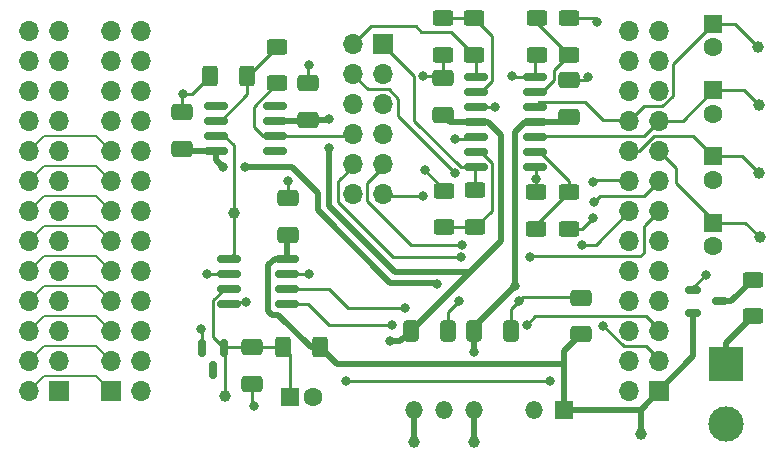
<source format=gbr>
%TF.GenerationSoftware,KiCad,Pcbnew,6.0.11-2627ca5db0~126~ubuntu20.04.1*%
%TF.CreationDate,2024-05-07T16:59:55-06:00*%
%TF.ProjectId,red-pitaya-pwm-shield,7265642d-7069-4746-9179-612d70776d2d,rev?*%
%TF.SameCoordinates,Original*%
%TF.FileFunction,Copper,L1,Top*%
%TF.FilePolarity,Positive*%
%FSLAX46Y46*%
G04 Gerber Fmt 4.6, Leading zero omitted, Abs format (unit mm)*
G04 Created by KiCad (PCBNEW 6.0.11-2627ca5db0~126~ubuntu20.04.1) date 2024-05-07 16:59:55*
%MOMM*%
%LPD*%
G01*
G04 APERTURE LIST*
G04 Aperture macros list*
%AMRoundRect*
0 Rectangle with rounded corners*
0 $1 Rounding radius*
0 $2 $3 $4 $5 $6 $7 $8 $9 X,Y pos of 4 corners*
0 Add a 4 corners polygon primitive as box body*
4,1,4,$2,$3,$4,$5,$6,$7,$8,$9,$2,$3,0*
0 Add four circle primitives for the rounded corners*
1,1,$1+$1,$2,$3*
1,1,$1+$1,$4,$5*
1,1,$1+$1,$6,$7*
1,1,$1+$1,$8,$9*
0 Add four rect primitives between the rounded corners*
20,1,$1+$1,$2,$3,$4,$5,0*
20,1,$1+$1,$4,$5,$6,$7,0*
20,1,$1+$1,$6,$7,$8,$9,0*
20,1,$1+$1,$8,$9,$2,$3,0*%
G04 Aperture macros list end*
%TA.AperFunction,SMDPad,CuDef*%
%ADD10RoundRect,0.250000X-0.625000X0.400000X-0.625000X-0.400000X0.625000X-0.400000X0.625000X0.400000X0*%
%TD*%
%TA.AperFunction,SMDPad,CuDef*%
%ADD11RoundRect,0.150000X-0.150000X0.587500X-0.150000X-0.587500X0.150000X-0.587500X0.150000X0.587500X0*%
%TD*%
%TA.AperFunction,SMDPad,CuDef*%
%ADD12C,1.000000*%
%TD*%
%TA.AperFunction,SMDPad,CuDef*%
%ADD13RoundRect,0.250000X0.625000X-0.400000X0.625000X0.400000X-0.625000X0.400000X-0.625000X-0.400000X0*%
%TD*%
%TA.AperFunction,SMDPad,CuDef*%
%ADD14RoundRect,0.150000X-0.512500X-0.150000X0.512500X-0.150000X0.512500X0.150000X-0.512500X0.150000X0*%
%TD*%
%TA.AperFunction,SMDPad,CuDef*%
%ADD15RoundRect,0.250000X-0.400000X-0.625000X0.400000X-0.625000X0.400000X0.625000X-0.400000X0.625000X0*%
%TD*%
%TA.AperFunction,ComponentPad*%
%ADD16R,1.700000X1.700000*%
%TD*%
%TA.AperFunction,ComponentPad*%
%ADD17O,1.700000X1.700000*%
%TD*%
%TA.AperFunction,SMDPad,CuDef*%
%ADD18RoundRect,0.250000X0.400000X0.625000X-0.400000X0.625000X-0.400000X-0.625000X0.400000X-0.625000X0*%
%TD*%
%TA.AperFunction,ComponentPad*%
%ADD19R,1.600000X1.600000*%
%TD*%
%TA.AperFunction,ComponentPad*%
%ADD20C,1.600000*%
%TD*%
%TA.AperFunction,SMDPad,CuDef*%
%ADD21RoundRect,0.250000X0.650000X-0.412500X0.650000X0.412500X-0.650000X0.412500X-0.650000X-0.412500X0*%
%TD*%
%TA.AperFunction,SMDPad,CuDef*%
%ADD22RoundRect,0.250000X-0.650000X0.412500X-0.650000X-0.412500X0.650000X-0.412500X0.650000X0.412500X0*%
%TD*%
%TA.AperFunction,ComponentPad*%
%ADD23R,1.500000X1.500000*%
%TD*%
%TA.AperFunction,ComponentPad*%
%ADD24O,1.500000X1.500000*%
%TD*%
%TA.AperFunction,SMDPad,CuDef*%
%ADD25RoundRect,0.250000X-0.412500X-0.650000X0.412500X-0.650000X0.412500X0.650000X-0.412500X0.650000X0*%
%TD*%
%TA.AperFunction,SMDPad,CuDef*%
%ADD26RoundRect,0.150000X-0.825000X-0.150000X0.825000X-0.150000X0.825000X0.150000X-0.825000X0.150000X0*%
%TD*%
%TA.AperFunction,ComponentPad*%
%ADD27R,3.000000X3.000000*%
%TD*%
%TA.AperFunction,ComponentPad*%
%ADD28C,3.000000*%
%TD*%
%TA.AperFunction,SMDPad,CuDef*%
%ADD29RoundRect,0.250000X0.412500X0.650000X-0.412500X0.650000X-0.412500X-0.650000X0.412500X-0.650000X0*%
%TD*%
%TA.AperFunction,ViaPad*%
%ADD30C,0.800000*%
%TD*%
%TA.AperFunction,Conductor*%
%ADD31C,0.250000*%
%TD*%
%TA.AperFunction,Conductor*%
%ADD32C,0.500000*%
%TD*%
%TA.AperFunction,Conductor*%
%ADD33C,0.200000*%
%TD*%
G04 APERTURE END LIST*
D10*
%TO.P,R8,1*%
%TO.N,Net-(R4-Pad1)*%
X91694000Y-63728000D03*
%TO.P,R8,2*%
%TO.N,/V3_Out*%
X91694000Y-66828000D03*
%TD*%
D11*
%TO.P,U2,1,K*%
%TO.N,Net-(C13-Pad1)*%
X65212000Y-91645500D03*
%TO.P,U2,2,A*%
%TO.N,GND*%
X63312000Y-91645500D03*
%TO.P,U2,3*%
%TO.N,N/C*%
X64262000Y-93520500D03*
%TD*%
D10*
%TO.P,R10,1*%
%TO.N,Net-(R10-Pad1)*%
X86360000Y-63728000D03*
%TO.P,R10,2*%
%TO.N,/V0_Out*%
X86360000Y-66828000D03*
%TD*%
D12*
%TO.P,TP5,1,1*%
%TO.N,/VSS*%
X86334600Y-99618800D03*
%TD*%
D13*
%TO.P,R4,1*%
%TO.N,Net-(R4-Pad1)*%
X94400000Y-66828000D03*
%TO.P,R4,2*%
%TO.N,GND*%
X94400000Y-63728000D03*
%TD*%
D14*
%TO.P,Q1,1,G*%
%TO.N,GND*%
X104907500Y-86756200D03*
%TO.P,Q1,2,S*%
%TO.N,/+5V*%
X104907500Y-88656200D03*
%TO.P,Q1,3,D*%
%TO.N,Net-(F1-Pad2)*%
X107182500Y-87706200D03*
%TD*%
D13*
%TO.P,R7,1*%
%TO.N,Net-(R11-Pad1)*%
X83820000Y-81433000D03*
%TO.P,R7,2*%
%TO.N,GND*%
X83820000Y-78333000D03*
%TD*%
D15*
%TO.P,R1,1*%
%TO.N,Net-(C13-Pad1)*%
X70179000Y-91567000D03*
%TO.P,R1,2*%
%TO.N,/+5V*%
X73279000Y-91567000D03*
%TD*%
D16*
%TO.P,J2,1,Pin_1*%
%TO.N,/V1_Out*%
X78633000Y-65938000D03*
D17*
%TO.P,J2,2,Pin_2*%
%TO.N,/V0_Out*%
X76093000Y-65938000D03*
%TO.P,J2,3,Pin_3*%
%TO.N,/V3_Out*%
X78633000Y-68478000D03*
%TO.P,J2,4,Pin_4*%
%TO.N,/V2_Out*%
X76093000Y-68478000D03*
%TO.P,J2,5,Pin_5*%
%TO.N,GND*%
X78633000Y-71018000D03*
%TO.P,J2,6,Pin_6*%
X76093000Y-71018000D03*
%TO.P,J2,7,Pin_7*%
X78633000Y-73558000D03*
%TO.P,J2,8,Pin_8*%
%TO.N,/V_PHASE_OUT*%
X76093000Y-73558000D03*
%TO.P,J2,9,Pin_9*%
%TO.N,/AI_1*%
X78633000Y-76098000D03*
%TO.P,J2,10,Pin_10*%
%TO.N,/AI_0*%
X76093000Y-76098000D03*
%TO.P,J2,11,Pin_11*%
%TO.N,/AI_3*%
X78633000Y-78638000D03*
%TO.P,J2,12,Pin_12*%
%TO.N,/AI_2*%
X76093000Y-78638000D03*
%TD*%
D13*
%TO.P,R9,1*%
%TO.N,Net-(R5-Pad1)*%
X91567000Y-81560000D03*
%TO.P,R9,2*%
%TO.N,/V2_Out*%
X91567000Y-78460000D03*
%TD*%
D18*
%TO.P,R2,1*%
%TO.N,Net-(R2-Pad1)*%
X67108000Y-68580000D03*
%TO.P,R2,2*%
%TO.N,GND*%
X64008000Y-68580000D03*
%TD*%
D10*
%TO.P,R6,1*%
%TO.N,Net-(R10-Pad1)*%
X83693000Y-63725000D03*
%TO.P,R6,2*%
%TO.N,GND*%
X83693000Y-66825000D03*
%TD*%
%TO.P,R5,1*%
%TO.N,Net-(R5-Pad1)*%
X94361000Y-78460000D03*
%TO.P,R5,2*%
%TO.N,GND*%
X94361000Y-81560000D03*
%TD*%
D12*
%TO.P,TP2,1,1*%
%TO.N,/+5V*%
X100482400Y-98933000D03*
%TD*%
D19*
%TO.P,C10,1*%
%TO.N,/AO_2*%
X106578400Y-69805925D03*
D20*
%TO.P,C10,2*%
%TO.N,GND*%
X106578400Y-71805925D03*
%TD*%
D21*
%TO.P,C5,1*%
%TO.N,/+5V*%
X95377000Y-90501000D03*
%TO.P,C5,2*%
%TO.N,GND*%
X95377000Y-87376000D03*
%TD*%
D12*
%TO.P,TP1,1,1*%
%TO.N,Net-(C13-Pad1)*%
X65227200Y-95681800D03*
%TD*%
D19*
%TO.P,C9,1*%
%TO.N,/AO_3*%
X106578400Y-64195888D03*
D20*
%TO.P,C9,2*%
%TO.N,GND*%
X106578400Y-66195888D03*
%TD*%
D12*
%TO.P,TP7,1,1*%
%TO.N,/AO_2*%
X110464600Y-71069200D03*
%TD*%
D21*
%TO.P,C8,1*%
%TO.N,/VSS*%
X94361000Y-72047500D03*
%TO.P,C8,2*%
%TO.N,GND*%
X94361000Y-68922500D03*
%TD*%
D22*
%TO.P,C1,1*%
%TO.N,GND*%
X70612000Y-78955500D03*
%TO.P,C1,2*%
%TO.N,/+5V*%
X70612000Y-82080500D03*
%TD*%
D23*
%TO.P,U3,1,VIN+*%
%TO.N,/+5V*%
X93942500Y-96882500D03*
D24*
%TO.P,U3,2,VIN-*%
%TO.N,GND*%
X91402500Y-96882500D03*
%TO.P,U3,4,VOUT-*%
%TO.N,/VSS*%
X86322500Y-96882500D03*
%TO.P,U3,5,0V*%
%TO.N,GND*%
X83782500Y-96882500D03*
%TO.P,U3,6,VOUT+*%
%TO.N,/VDD*%
X81242500Y-96882500D03*
%TD*%
D19*
%TO.P,C11,1*%
%TO.N,/AO_0*%
X106578400Y-81025999D03*
D20*
%TO.P,C11,2*%
%TO.N,GND*%
X106578400Y-83025999D03*
%TD*%
D13*
%TO.P,F1,1*%
%TO.N,Net-(F1-Pad1)*%
X109931200Y-88976200D03*
%TO.P,F1,2*%
%TO.N,Net-(F1-Pad2)*%
X109931200Y-85876200D03*
%TD*%
D25*
%TO.P,C3,1*%
%TO.N,/VDD*%
X80987500Y-90170000D03*
%TO.P,C3,2*%
%TO.N,GND*%
X84112500Y-90170000D03*
%TD*%
D12*
%TO.P,TP4,1,1*%
%TO.N,/VDD*%
X81254600Y-99618800D03*
%TD*%
D26*
%TO.P,U4,1,NULL*%
%TO.N,unconnected-(U4-Pad1)*%
X64519000Y-71120000D03*
%TO.P,U4,2,-*%
%TO.N,Net-(R2-Pad1)*%
X64519000Y-72390000D03*
%TO.P,U4,3,+*%
%TO.N,Net-(TP3-Pad1)*%
X64519000Y-73660000D03*
%TO.P,U4,4,V-*%
%TO.N,/VSS*%
X64519000Y-74930000D03*
%TO.P,U4,5,NULL*%
%TO.N,unconnected-(U4-Pad5)*%
X69469000Y-74930000D03*
%TO.P,U4,6*%
%TO.N,/V_PHASE_OUT*%
X69469000Y-73660000D03*
%TO.P,U4,7,V+*%
%TO.N,/VDD*%
X69469000Y-72390000D03*
%TO.P,U4,8,NC*%
%TO.N,unconnected-(U4-Pad8)*%
X69469000Y-71120000D03*
%TD*%
%TO.P,U1,1,VOUT*%
%TO.N,Net-(TP3-Pad1)*%
X65597000Y-84074000D03*
%TO.P,U1,2,AGND*%
%TO.N,GND*%
X65597000Y-85344000D03*
%TO.P,U1,3,REF*%
%TO.N,Net-(C13-Pad1)*%
X65597000Y-86614000D03*
%TO.P,U1,4,CSn*%
%TO.N,/SPI(CS)*%
X65597000Y-87884000D03*
%TO.P,U1,5,SCLK*%
%TO.N,/SPI(SCLK)*%
X70547000Y-87884000D03*
%TO.P,U1,6,SDIN*%
%TO.N,/SPI(MOSI)*%
X70547000Y-86614000D03*
%TO.P,U1,7,DGND*%
%TO.N,GND*%
X70547000Y-85344000D03*
%TO.P,U1,8,VDD*%
%TO.N,/+5V*%
X70547000Y-84074000D03*
%TD*%
D21*
%TO.P,C7,1*%
%TO.N,/VDD*%
X83693000Y-71920500D03*
%TO.P,C7,2*%
%TO.N,GND*%
X83693000Y-68795500D03*
%TD*%
D22*
%TO.P,C15,1*%
%TO.N,GND*%
X61595000Y-71678000D03*
%TO.P,C15,2*%
%TO.N,/VSS*%
X61595000Y-74803000D03*
%TD*%
D12*
%TO.P,TP9,1,1*%
%TO.N,/AO_3*%
X110388400Y-66141600D03*
%TD*%
D27*
%TO.P,J3,1,Pin_1*%
%TO.N,Net-(F1-Pad1)*%
X107645200Y-92989400D03*
D28*
%TO.P,J3,2,Pin_2*%
%TO.N,GND*%
X107645200Y-98069400D03*
%TD*%
D19*
%TO.P,C13,1*%
%TO.N,Net-(C13-Pad1)*%
X70739000Y-95758000D03*
D20*
%TO.P,C13,2*%
%TO.N,GND*%
X72739000Y-95758000D03*
%TD*%
D19*
%TO.P,C12,1*%
%TO.N,/AO_1*%
X106578400Y-75415962D03*
D20*
%TO.P,C12,2*%
%TO.N,GND*%
X106578400Y-77415962D03*
%TD*%
D10*
%TO.P,R3,1*%
%TO.N,Net-(R2-Pad1)*%
X69661000Y-66141000D03*
%TO.P,R3,2*%
%TO.N,/V_PHASE_OUT*%
X69661000Y-69241000D03*
%TD*%
D12*
%TO.P,TP6,1,1*%
%TO.N,/AO_0*%
X110515400Y-82270600D03*
%TD*%
D16*
%TO.P,J5,1,Pin_1*%
%TO.N,/3V3_1*%
X55626000Y-95250000D03*
D17*
%TO.P,J5,2,Pin_2*%
%TO.N,/3V3_2*%
X58166000Y-95250000D03*
%TO.P,J5,3,Pin_3*%
%TO.N,/DIO0_N*%
X55626000Y-92710000D03*
%TO.P,J5,4,Pin_4*%
%TO.N,/DIO0_P*%
X58166000Y-92710000D03*
%TO.P,J5,5,Pin_5*%
%TO.N,/DIO1_N*%
X55626000Y-90170000D03*
%TO.P,J5,6,Pin_6*%
%TO.N,/DIO1_P*%
X58166000Y-90170000D03*
%TO.P,J5,7,Pin_7*%
%TO.N,/DIO2_N*%
X55626000Y-87630000D03*
%TO.P,J5,8,Pin_8*%
%TO.N,/DIO2_P*%
X58166000Y-87630000D03*
%TO.P,J5,9,Pin_9*%
%TO.N,/DIO3_N*%
X55626000Y-85090000D03*
%TO.P,J5,10,Pin_10*%
%TO.N,/DIO3_P*%
X58166000Y-85090000D03*
%TO.P,J5,11,Pin_11*%
%TO.N,/DIO4_N*%
X55626000Y-82550000D03*
%TO.P,J5,12,Pin_12*%
%TO.N,/DIO4_P*%
X58166000Y-82550000D03*
%TO.P,J5,13,Pin_13*%
%TO.N,/DIO5_N*%
X55626000Y-80010000D03*
%TO.P,J5,14,Pin_14*%
%TO.N,/DIO5_P*%
X58166000Y-80010000D03*
%TO.P,J5,15,Pin_15*%
%TO.N,/DIO6_N*%
X55626000Y-77470000D03*
%TO.P,J5,16,Pin_16*%
%TO.N,/DIO6_P*%
X58166000Y-77470000D03*
%TO.P,J5,17,Pin_17*%
%TO.N,/DIO7_N*%
X55626000Y-74930000D03*
%TO.P,J5,18,Pin_18*%
%TO.N,/DIO7_P*%
X58166000Y-74930000D03*
%TO.P,J5,19,Pin_19*%
%TO.N,unconnected-(J5-Pad19)*%
X55626000Y-72390000D03*
%TO.P,J5,20,Pin_20*%
%TO.N,unconnected-(J5-Pad20)*%
X58166000Y-72390000D03*
%TO.P,J5,21,Pin_21*%
%TO.N,unconnected-(J5-Pad21)*%
X55626000Y-69850000D03*
%TO.P,J5,22,Pin_22*%
%TO.N,unconnected-(J5-Pad22)*%
X58166000Y-69850000D03*
%TO.P,J5,23,Pin_23*%
%TO.N,unconnected-(J5-Pad23)*%
X55626000Y-67310000D03*
%TO.P,J5,24,Pin_24*%
%TO.N,unconnected-(J5-Pad24)*%
X58166000Y-67310000D03*
%TO.P,J5,25,Pin_25*%
%TO.N,GND*%
X55626000Y-64770000D03*
%TO.P,J5,26,Pin_26*%
X58166000Y-64770000D03*
%TD*%
D12*
%TO.P,TP8,1,1*%
%TO.N,/AO_1*%
X110464600Y-76860400D03*
%TD*%
D29*
%TO.P,C4,1*%
%TO.N,GND*%
X89485000Y-90170000D03*
%TO.P,C4,2*%
%TO.N,/VSS*%
X86360000Y-90170000D03*
%TD*%
D13*
%TO.P,R11,1*%
%TO.N,Net-(R11-Pad1)*%
X86450000Y-81409000D03*
%TO.P,R11,2*%
%TO.N,/V1_Out*%
X86450000Y-78309000D03*
%TD*%
D22*
%TO.P,C2,1*%
%TO.N,Net-(C13-Pad1)*%
X67564000Y-91567000D03*
%TO.P,C2,2*%
%TO.N,GND*%
X67564000Y-94692000D03*
%TD*%
%TO.P,C14,1*%
%TO.N,GND*%
X72263000Y-69176500D03*
%TO.P,C14,2*%
%TO.N,/VDD*%
X72263000Y-72301500D03*
%TD*%
D26*
%TO.P,U5,1*%
%TO.N,/V0_Out*%
X86525000Y-68700000D03*
%TO.P,U5,2,-*%
%TO.N,Net-(R10-Pad1)*%
X86525000Y-69970000D03*
%TO.P,U5,3,+*%
%TO.N,/AO_0*%
X86525000Y-71240000D03*
%TO.P,U5,4,V+*%
%TO.N,/VDD*%
X86525000Y-72510000D03*
%TO.P,U5,5,+*%
%TO.N,/AO_1*%
X86525000Y-73780000D03*
%TO.P,U5,6,-*%
%TO.N,Net-(R11-Pad1)*%
X86525000Y-75050000D03*
%TO.P,U5,7*%
%TO.N,/V1_Out*%
X86525000Y-76320000D03*
%TO.P,U5,8*%
%TO.N,/V2_Out*%
X91475000Y-76320000D03*
%TO.P,U5,9,-*%
%TO.N,Net-(R5-Pad1)*%
X91475000Y-75050000D03*
%TO.P,U5,10,+*%
%TO.N,/AO_2*%
X91475000Y-73780000D03*
%TO.P,U5,11,V-*%
%TO.N,/VSS*%
X91475000Y-72510000D03*
%TO.P,U5,12,+*%
%TO.N,/AO_3*%
X91475000Y-71240000D03*
%TO.P,U5,13,-*%
%TO.N,Net-(R4-Pad1)*%
X91475000Y-69970000D03*
%TO.P,U5,14*%
%TO.N,/V3_Out*%
X91475000Y-68700000D03*
%TD*%
D12*
%TO.P,TP3,1,1*%
%TO.N,Net-(TP3-Pad1)*%
X66014600Y-80238600D03*
%TD*%
D16*
%TO.P,J1,1,Pin_1*%
%TO.N,/+5V*%
X101981000Y-95250000D03*
D17*
%TO.P,J1,2,Pin_2*%
%TO.N,unconnected-(J1-Pad2)*%
X99441000Y-95250000D03*
%TO.P,J1,3,Pin_3*%
%TO.N,/SPI(MOSI)*%
X101981000Y-92710000D03*
%TO.P,J1,4,Pin_4*%
%TO.N,/SPI(MISO)*%
X99441000Y-92710000D03*
%TO.P,J1,5,Pin_5*%
%TO.N,/SPI(SCLK)*%
X101981000Y-90170000D03*
%TO.P,J1,6,Pin_6*%
%TO.N,/SPI(CS)*%
X99441000Y-90170000D03*
%TO.P,J1,7,Pin_7*%
%TO.N,unconnected-(J1-Pad7)*%
X101981000Y-87630000D03*
%TO.P,J1,8,Pin_8*%
%TO.N,unconnected-(J1-Pad8)*%
X99441000Y-87630000D03*
%TO.P,J1,9,Pin_9*%
%TO.N,unconnected-(J1-Pad9)*%
X101981000Y-85090000D03*
%TO.P,J1,10,Pin_10*%
%TO.N,unconnected-(J1-Pad10)*%
X99441000Y-85090000D03*
%TO.P,J1,11,Pin_11*%
%TO.N,GND*%
X101981000Y-82550000D03*
%TO.P,J1,12,Pin_12*%
X99441000Y-82550000D03*
%TO.P,J1,13,Pin_13*%
%TO.N,/AI_0*%
X101981000Y-80010000D03*
%TO.P,J1,14,Pin_14*%
%TO.N,/AI_1*%
X99441000Y-80010000D03*
%TO.P,J1,15,Pin_15*%
%TO.N,/AI_2*%
X101981000Y-77470000D03*
%TO.P,J1,16,Pin_16*%
%TO.N,/AI_3*%
X99441000Y-77470000D03*
%TO.P,J1,17,Pin_17*%
%TO.N,/AO_0*%
X101981000Y-74930000D03*
%TO.P,J1,18,Pin_18*%
%TO.N,/AO_1*%
X99441000Y-74930000D03*
%TO.P,J1,19,Pin_19*%
%TO.N,/AO_2*%
X101981000Y-72390000D03*
%TO.P,J1,20,Pin_20*%
%TO.N,/AO_3*%
X99441000Y-72390000D03*
%TO.P,J1,21,Pin_21*%
%TO.N,GND*%
X101981000Y-69850000D03*
%TO.P,J1,22,Pin_22*%
X99441000Y-69850000D03*
%TO.P,J1,23,Pin_23*%
%TO.N,unconnected-(J1-Pad23)*%
X101981000Y-67310000D03*
%TO.P,J1,24,Pin_24*%
%TO.N,unconnected-(J1-Pad24)*%
X99441000Y-67310000D03*
%TO.P,J1,25,Pin_25*%
%TO.N,GND*%
X101981000Y-64770000D03*
%TO.P,J1,26,Pin_26*%
X99441000Y-64770000D03*
%TD*%
D16*
%TO.P,J4,1,Pin_1*%
%TO.N,/3V3_2*%
X51180000Y-95250000D03*
D17*
%TO.P,J4,2,Pin_2*%
%TO.N,/3V3_1*%
X48640000Y-95250000D03*
%TO.P,J4,3,Pin_3*%
%TO.N,/DIO0_P*%
X51180000Y-92710000D03*
%TO.P,J4,4,Pin_4*%
%TO.N,/DIO0_N*%
X48640000Y-92710000D03*
%TO.P,J4,5,Pin_5*%
%TO.N,/DIO1_P*%
X51180000Y-90170000D03*
%TO.P,J4,6,Pin_6*%
%TO.N,/DIO1_N*%
X48640000Y-90170000D03*
%TO.P,J4,7,Pin_7*%
%TO.N,/DIO2_P*%
X51180000Y-87630000D03*
%TO.P,J4,8,Pin_8*%
%TO.N,/DIO2_N*%
X48640000Y-87630000D03*
%TO.P,J4,9,Pin_9*%
%TO.N,/DIO3_P*%
X51180000Y-85090000D03*
%TO.P,J4,10,Pin_10*%
%TO.N,/DIO3_N*%
X48640000Y-85090000D03*
%TO.P,J4,11,Pin_11*%
%TO.N,/DIO4_P*%
X51180000Y-82550000D03*
%TO.P,J4,12,Pin_12*%
%TO.N,/DIO4_N*%
X48640000Y-82550000D03*
%TO.P,J4,13,Pin_13*%
%TO.N,/DIO5_P*%
X51180000Y-80010000D03*
%TO.P,J4,14,Pin_14*%
%TO.N,/DIO5_N*%
X48640000Y-80010000D03*
%TO.P,J4,15,Pin_15*%
%TO.N,/DIO6_P*%
X51180000Y-77470000D03*
%TO.P,J4,16,Pin_16*%
%TO.N,/DIO6_N*%
X48640000Y-77470000D03*
%TO.P,J4,17,Pin_17*%
%TO.N,/DIO7_P*%
X51180000Y-74930000D03*
%TO.P,J4,18,Pin_18*%
%TO.N,/DIO7_N*%
X48640000Y-74930000D03*
%TO.P,J4,19,Pin_19*%
%TO.N,unconnected-(J4-Pad19)*%
X51180000Y-72390000D03*
%TO.P,J4,20,Pin_20*%
%TO.N,unconnected-(J4-Pad20)*%
X48640000Y-72390000D03*
%TO.P,J4,21,Pin_21*%
%TO.N,unconnected-(J4-Pad21)*%
X51180000Y-69850000D03*
%TO.P,J4,22,Pin_22*%
%TO.N,unconnected-(J4-Pad22)*%
X48640000Y-69850000D03*
%TO.P,J4,23,Pin_23*%
%TO.N,unconnected-(J4-Pad23)*%
X51180000Y-67310000D03*
%TO.P,J4,24,Pin_24*%
%TO.N,unconnected-(J4-Pad24)*%
X48640000Y-67310000D03*
%TO.P,J4,25,Pin_25*%
%TO.N,GND*%
X51180000Y-64770000D03*
%TO.P,J4,26,Pin_26*%
X48640000Y-64770000D03*
%TD*%
D30*
%TO.N,GND*%
X72390000Y-67691000D03*
X82042000Y-68580000D03*
X85090000Y-87630000D03*
X67691000Y-96520000D03*
X96393000Y-80645000D03*
X61722000Y-70104000D03*
X70612000Y-77470000D03*
X96012000Y-68707000D03*
X105943400Y-85445600D03*
X96774000Y-64008000D03*
X82169000Y-76581000D03*
X72390000Y-85344000D03*
X90170000Y-87630000D03*
X63246000Y-90043000D03*
X63754000Y-85344000D03*
%TO.N,/VDD*%
X79248000Y-91059000D03*
X74041000Y-74676000D03*
X74041000Y-72263000D03*
%TO.N,/VSS*%
X65094500Y-76327000D03*
X86360000Y-91948000D03*
X83185000Y-86247250D03*
X66943500Y-76327000D03*
X89789000Y-86404075D03*
%TO.N,/AO_0*%
X88138000Y-71247000D03*
%TO.N,/AO_1*%
X84709000Y-73914000D03*
%TO.N,/SPI(MOSI)*%
X97282000Y-89789000D03*
X80518000Y-88265000D03*
%TO.N,/SPI(SCLK)*%
X79375000Y-89662000D03*
X90805000Y-89662000D03*
%TO.N,/SPI(CS)*%
X92811600Y-94437200D03*
X67056000Y-87757000D03*
X75488800Y-94411800D03*
%TO.N,/AI_0*%
X85217000Y-83947000D03*
X91059000Y-83947000D03*
%TO.N,/AI_1*%
X95504000Y-82931000D03*
X85358351Y-82957543D03*
%TO.N,/AI_2*%
X96520000Y-79248000D03*
%TO.N,/AI_3*%
X96393000Y-77597000D03*
X82042000Y-78740000D03*
%TO.N,/V2_Out*%
X84704808Y-76839309D03*
X91567000Y-77343000D03*
%TO.N,/V3_Out*%
X89535000Y-68580000D03*
%TD*%
D31*
%TO.N,GND*%
X61595000Y-71678000D02*
X61595000Y-70231000D01*
X104907500Y-86756200D02*
X104907500Y-86481500D01*
X104907500Y-86481500D02*
X105943400Y-85445600D01*
X72263000Y-69176500D02*
X72263000Y-67818000D01*
X94361000Y-81560000D02*
X95478000Y-81560000D01*
X89485000Y-90170000D02*
X89485000Y-88315000D01*
X92583000Y-87300000D02*
X95301000Y-87300000D01*
X90500000Y-87300000D02*
X92583000Y-87300000D01*
X67564000Y-96393000D02*
X67691000Y-96520000D01*
X70547000Y-85344000D02*
X72390000Y-85344000D01*
X70612000Y-78955500D02*
X70612000Y-77470000D01*
X72263000Y-67818000D02*
X72390000Y-67691000D01*
X63312000Y-91645500D02*
X63312000Y-90109000D01*
X61722000Y-70104000D02*
X62484000Y-70104000D01*
X83820000Y-78232000D02*
X82169000Y-76581000D01*
X63312000Y-90109000D02*
X63246000Y-90043000D01*
X82042000Y-68580000D02*
X83477500Y-68580000D01*
X94400000Y-63728000D02*
X96494000Y-63728000D01*
X89485000Y-88315000D02*
X90170000Y-87630000D01*
X94361000Y-68922500D02*
X95796500Y-68922500D01*
X95478000Y-81560000D02*
X96393000Y-80645000D01*
X96494000Y-63728000D02*
X96774000Y-64008000D01*
X62484000Y-70104000D02*
X64008000Y-68580000D01*
X65597000Y-85344000D02*
X63754000Y-85344000D01*
X90170000Y-87630000D02*
X90500000Y-87300000D01*
X61595000Y-70231000D02*
X61722000Y-70104000D01*
X83477500Y-68580000D02*
X83693000Y-68795500D01*
X95301000Y-87300000D02*
X95377000Y-87376000D01*
X84112500Y-88607500D02*
X85090000Y-87630000D01*
X67564000Y-94692000D02*
X67564000Y-96393000D01*
X95796500Y-68922500D02*
X96012000Y-68707000D01*
X83693000Y-66825000D02*
X83693000Y-68630000D01*
X84112500Y-90170000D02*
X84112500Y-88607500D01*
X83820000Y-78333000D02*
X83820000Y-78232000D01*
D32*
%TO.N,/+5V*%
X72517000Y-91567000D02*
X69784000Y-88834000D01*
X93853000Y-93040200D02*
X93942500Y-92950700D01*
X74752200Y-93040200D02*
X93853000Y-93040200D01*
X73279000Y-91567000D02*
X74752200Y-93040200D01*
X68922000Y-88480000D02*
X68922000Y-84621000D01*
X100482400Y-96899400D02*
X100465500Y-96882500D01*
X93942500Y-91935500D02*
X95377000Y-90501000D01*
X69276000Y-88834000D02*
X68922000Y-88480000D01*
X68922000Y-84621000D02*
X69469000Y-84074000D01*
X73279000Y-91567000D02*
X72517000Y-91567000D01*
X70547000Y-84074000D02*
X70547000Y-82145500D01*
X104907500Y-92323500D02*
X101981000Y-95250000D01*
X93942500Y-96882500D02*
X93942500Y-92950700D01*
X69784000Y-88834000D02*
X69276000Y-88834000D01*
X100482400Y-98933000D02*
X100482400Y-96899400D01*
X93942500Y-92950700D02*
X93942500Y-91935500D01*
X69469000Y-84074000D02*
X70547000Y-84074000D01*
X104907500Y-88656200D02*
X104907500Y-92323500D01*
X100465500Y-96882500D02*
X102113000Y-95235000D01*
X70547000Y-82145500D02*
X70612000Y-82080500D01*
X93942500Y-96882500D02*
X100465500Y-96882500D01*
%TO.N,/VDD*%
X72263000Y-72301500D02*
X74002500Y-72301500D01*
X79248000Y-91059000D02*
X80098500Y-91059000D01*
X79609750Y-85197750D02*
X85959750Y-85197750D01*
X86525000Y-72510000D02*
X87496000Y-72510000D01*
X74002500Y-72301500D02*
X74041000Y-72263000D01*
X86525000Y-72510000D02*
X84282500Y-72510000D01*
X74041000Y-79629000D02*
X79609750Y-85197750D01*
X85959750Y-85197750D02*
X80987500Y-90170000D01*
X84282500Y-72510000D02*
X83693000Y-71920500D01*
X80098500Y-91059000D02*
X80987500Y-90170000D01*
X88600000Y-82557500D02*
X85959750Y-85197750D01*
X87496000Y-72510000D02*
X88600000Y-73614000D01*
X69469000Y-72390000D02*
X72174500Y-72390000D01*
X81254600Y-99618800D02*
X81254600Y-96894600D01*
X81254600Y-96894600D02*
X81242500Y-96882500D01*
X74041000Y-74676000D02*
X74041000Y-79629000D01*
X88600000Y-73614000D02*
X88600000Y-82557500D01*
X72174500Y-72390000D02*
X72263000Y-72301500D01*
%TO.N,/VSS*%
X64519000Y-74930000D02*
X61722000Y-74930000D01*
X64519000Y-75751500D02*
X65094500Y-76327000D01*
X70953925Y-76327000D02*
X73141000Y-78514075D01*
X91475000Y-72510000D02*
X90638629Y-72510000D01*
X79245208Y-86106000D02*
X83043750Y-86106000D01*
X86360000Y-89833075D02*
X88096538Y-88096538D01*
X83043750Y-86106000D02*
X83185000Y-86247250D01*
X88096538Y-88096538D02*
X89789000Y-86404075D01*
X73141000Y-78514075D02*
X73141000Y-80001792D01*
X73141000Y-80001792D02*
X79245208Y-86106000D01*
X86334600Y-99618800D02*
X86334600Y-96894600D01*
X90638629Y-72510000D02*
X89789000Y-73359629D01*
X89789000Y-73359629D02*
X89789000Y-86404075D01*
X91475000Y-72510000D02*
X93898500Y-72510000D01*
X93898500Y-72510000D02*
X94361000Y-72047500D01*
X64519000Y-75751500D02*
X64519000Y-74930000D01*
X66943500Y-76327000D02*
X70953925Y-76327000D01*
X61722000Y-74930000D02*
X61595000Y-74803000D01*
X86360000Y-91948000D02*
X86360000Y-90170000D01*
D31*
%TO.N,/AO_3*%
X106578400Y-64195888D02*
X108442688Y-64195888D01*
X91855000Y-70860000D02*
X91475000Y-71240000D01*
X99573000Y-72375000D02*
X97267000Y-72375000D01*
X100748000Y-71200000D02*
X102292701Y-71200000D01*
X102292701Y-71200000D02*
X103156000Y-70336701D01*
X108442688Y-64195888D02*
X110388400Y-66141600D01*
X97267000Y-72375000D02*
X95752000Y-70860000D01*
X103156000Y-67618288D02*
X106578400Y-64195888D01*
X95752000Y-70860000D02*
X91855000Y-70860000D01*
X100748000Y-71200000D02*
X99573000Y-72375000D01*
X103156000Y-70336701D02*
X103156000Y-67618288D01*
%TO.N,/AO_2*%
X106578400Y-69805925D02*
X109201325Y-69805925D01*
X103994325Y-72390000D02*
X106578400Y-69805925D01*
X91595000Y-73660000D02*
X91475000Y-73780000D01*
X100711000Y-73660000D02*
X91595000Y-73660000D01*
X101981000Y-72390000D02*
X100711000Y-73660000D01*
X101981000Y-72390000D02*
X103994325Y-72390000D01*
X109201325Y-69805925D02*
X110464600Y-71069200D01*
%TO.N,/AO_0*%
X109270799Y-81025999D02*
X110515400Y-82270600D01*
X88138000Y-71247000D02*
X86532000Y-71247000D01*
X103479600Y-76428600D02*
X103479600Y-77673200D01*
X103479600Y-77673200D02*
X106578400Y-80772000D01*
X106578400Y-80772000D02*
X106578400Y-81025999D01*
X101981000Y-74930000D02*
X103479600Y-76428600D01*
X86532000Y-71247000D02*
X86525000Y-71240000D01*
X106578400Y-81025999D02*
X109270799Y-81025999D01*
%TO.N,/AO_1*%
X99441000Y-74930000D02*
X100319299Y-74930000D01*
X100319299Y-74930000D02*
X101538499Y-73710800D01*
X106578400Y-75415962D02*
X109020162Y-75415962D01*
X104873238Y-73710800D02*
X106578400Y-75415962D01*
X86391000Y-73914000D02*
X86525000Y-73780000D01*
X84709000Y-73914000D02*
X86391000Y-73914000D01*
X109020162Y-75415962D02*
X110464600Y-76860400D01*
X101538499Y-73710800D02*
X104873238Y-73710800D01*
%TO.N,/SPI(MOSI)*%
X100938000Y-91520000D02*
X99013000Y-91520000D01*
X80518000Y-88265000D02*
X75692000Y-88265000D01*
X99013000Y-91520000D02*
X97282000Y-89789000D01*
X74041000Y-86614000D02*
X70547000Y-86614000D01*
X102113000Y-92695000D02*
X100938000Y-91520000D01*
X75692000Y-88265000D02*
X74041000Y-86614000D01*
%TO.N,/SPI(SCLK)*%
X79375000Y-89662000D02*
X74041000Y-89662000D01*
X102113000Y-90155000D02*
X100938000Y-88980000D01*
X72263000Y-87884000D02*
X70547000Y-87884000D01*
X74041000Y-89662000D02*
X72263000Y-87884000D01*
X100938000Y-88980000D02*
X91487000Y-88980000D01*
X91487000Y-88980000D02*
X90805000Y-89662000D01*
%TO.N,/SPI(CS)*%
X65724000Y-87757000D02*
X65597000Y-87884000D01*
X67056000Y-87757000D02*
X65724000Y-87757000D01*
X75514200Y-94437200D02*
X75488800Y-94411800D01*
X92811600Y-94437200D02*
X75514200Y-94437200D01*
%TO.N,/AI_0*%
X91106000Y-83900000D02*
X91059000Y-83947000D01*
X100377000Y-83900000D02*
X91106000Y-83900000D01*
X100938000Y-81180000D02*
X100711000Y-81407000D01*
X100711000Y-81407000D02*
X100711000Y-83566000D01*
X100938000Y-81170000D02*
X100938000Y-81180000D01*
X74816000Y-79307984D02*
X79455016Y-83947000D01*
X75020000Y-77375000D02*
X75020000Y-77380000D01*
X102113000Y-79995000D02*
X100938000Y-81170000D01*
X75020000Y-77380000D02*
X74816000Y-77584000D01*
X76195000Y-76200000D02*
X75020000Y-77375000D01*
X74816000Y-77584000D02*
X74816000Y-79307984D01*
X100711000Y-83566000D02*
X100377000Y-83900000D01*
X79455016Y-83947000D02*
X85217000Y-83947000D01*
%TO.N,/AI_1*%
X96637000Y-82931000D02*
X99573000Y-79995000D01*
X85358351Y-82957543D02*
X85331808Y-82931000D01*
X77268000Y-77667000D02*
X78735000Y-76200000D01*
X77268000Y-79173000D02*
X77268000Y-77667000D01*
X85331808Y-82931000D02*
X81026000Y-82931000D01*
X95504000Y-82931000D02*
X96637000Y-82931000D01*
X81026000Y-82931000D02*
X77268000Y-79173000D01*
%TO.N,/AI_2*%
X97028000Y-78740000D02*
X96520000Y-79248000D01*
X101981000Y-77470000D02*
X100711000Y-78740000D01*
X100711000Y-78740000D02*
X97028000Y-78740000D01*
%TO.N,/AI_3*%
X78735000Y-78740000D02*
X82042000Y-78740000D01*
X96535000Y-77455000D02*
X96393000Y-77597000D01*
X99573000Y-77455000D02*
X96535000Y-77455000D01*
%TO.N,/V0_Out*%
X86525000Y-68700000D02*
X86525000Y-66993000D01*
X77642000Y-64389000D02*
X81407000Y-64389000D01*
X81883000Y-64865000D02*
X84397000Y-64865000D01*
X76093000Y-65938000D02*
X77642000Y-64389000D01*
X86360000Y-66828000D02*
X84397000Y-64865000D01*
X81407000Y-64389000D02*
X81883000Y-64865000D01*
X86525000Y-66993000D02*
X86360000Y-66828000D01*
%TO.N,/V1_Out*%
X86450000Y-78309000D02*
X86450000Y-76395000D01*
X86450000Y-76395000D02*
X86525000Y-76320000D01*
X81280000Y-68585000D02*
X81280000Y-72390000D01*
X78735000Y-66040000D02*
X81280000Y-68585000D01*
X81280000Y-72390000D02*
X85210000Y-76320000D01*
X85210000Y-76320000D02*
X86525000Y-76320000D01*
%TO.N,/V2_Out*%
X79910000Y-70544000D02*
X79121000Y-69755000D01*
X91567000Y-76412000D02*
X91475000Y-76320000D01*
X91567000Y-78460000D02*
X91567000Y-76412000D01*
X79910000Y-71020000D02*
X79910000Y-70544000D01*
X77370000Y-69755000D02*
X76195000Y-68580000D01*
X79910000Y-71020000D02*
X79910000Y-72044501D01*
X79910000Y-72044501D02*
X84704808Y-76839309D01*
X79121000Y-69755000D02*
X77370000Y-69755000D01*
%TO.N,/V3_Out*%
X89655000Y-68700000D02*
X89535000Y-68580000D01*
X91475000Y-68700000D02*
X91475000Y-67047000D01*
X91475000Y-67047000D02*
X91694000Y-66828000D01*
X91475000Y-68700000D02*
X89655000Y-68700000D01*
%TO.N,/V_PHASE_OUT*%
X68453000Y-73660000D02*
X67691000Y-72898000D01*
X69469000Y-73660000D02*
X76195000Y-73660000D01*
X67691000Y-71211000D02*
X69661000Y-69241000D01*
X67691000Y-72898000D02*
X67691000Y-71211000D01*
X69469000Y-73660000D02*
X68453000Y-73660000D01*
%TO.N,Net-(C13-Pad1)*%
X65227200Y-95681800D02*
X65227200Y-91660700D01*
X70739000Y-92127000D02*
X70739000Y-95758000D01*
X65290500Y-91567000D02*
X65212000Y-91645500D01*
X64262000Y-90695500D02*
X65212000Y-91645500D01*
X70179000Y-91567000D02*
X70739000Y-92127000D01*
X65227200Y-91660700D02*
X65212000Y-91645500D01*
X64262000Y-87572249D02*
X64262000Y-90695500D01*
X67564000Y-91567000D02*
X65290500Y-91567000D01*
X70179000Y-91567000D02*
X67564000Y-91567000D01*
X65220249Y-86614000D02*
X64262000Y-87572249D01*
X65597000Y-86614000D02*
X65220249Y-86614000D01*
%TO.N,Net-(R2-Pad1)*%
X64895751Y-72390000D02*
X67121000Y-70164751D01*
X67121000Y-68681000D02*
X69661000Y-66141000D01*
X67121000Y-70164751D02*
X67121000Y-69215000D01*
X64519000Y-72390000D02*
X64895751Y-72390000D01*
X67121000Y-69215000D02*
X67121000Y-68681000D01*
%TO.N,Net-(R4-Pad1)*%
X91694000Y-64122000D02*
X94400000Y-66828000D01*
X92082000Y-69970000D02*
X93136000Y-68916000D01*
X91694000Y-63728000D02*
X91694000Y-64122000D01*
X93136000Y-68092000D02*
X94400000Y-66828000D01*
X93136000Y-68916000D02*
X93136000Y-68092000D01*
X91475000Y-69970000D02*
X92082000Y-69970000D01*
%TO.N,Net-(R5-Pad1)*%
X91567000Y-81560000D02*
X91567000Y-81254000D01*
X91567000Y-81254000D02*
X94361000Y-78460000D01*
X91475000Y-75050000D02*
X92195000Y-75050000D01*
X94361000Y-78460000D02*
X94361000Y-77470000D01*
X94361000Y-77470000D02*
X91941000Y-75050000D01*
X91941000Y-75050000D02*
X91475000Y-75050000D01*
%TO.N,Net-(R10-Pad1)*%
X86357000Y-63725000D02*
X86360000Y-63728000D01*
X83693000Y-63725000D02*
X86357000Y-63725000D01*
X87825000Y-69046751D02*
X87825000Y-65193000D01*
X86901751Y-69970000D02*
X87825000Y-69046751D01*
X86525000Y-69970000D02*
X86901751Y-69970000D01*
X87825000Y-65193000D02*
X86360000Y-63728000D01*
%TO.N,Net-(R11-Pad1)*%
X86426000Y-81433000D02*
X86450000Y-81409000D01*
X86525000Y-75050000D02*
X86901751Y-75050000D01*
X87825000Y-80034000D02*
X86450000Y-81409000D01*
X86901751Y-75050000D02*
X87825000Y-75973249D01*
X87825000Y-75973249D02*
X87825000Y-80034000D01*
X83820000Y-81433000D02*
X86426000Y-81433000D01*
D32*
%TO.N,Net-(F1-Pad1)*%
X107645200Y-92989400D02*
X107645200Y-91262200D01*
X107645200Y-91262200D02*
X109931200Y-88976200D01*
D33*
%TO.N,/DIO0_N*%
X54356000Y-91440000D02*
X55626000Y-92710000D01*
X49910000Y-91440000D02*
X54356000Y-91440000D01*
X48640000Y-92710000D02*
X49910000Y-91440000D01*
%TO.N,/DIO1_N*%
X54356000Y-88900000D02*
X55626000Y-90170000D01*
X49910000Y-88900000D02*
X54356000Y-88900000D01*
X48640000Y-90170000D02*
X49910000Y-88900000D01*
%TO.N,/DIO2_N*%
X48640000Y-87630000D02*
X49910000Y-86360000D01*
X54356000Y-86360000D02*
X55626000Y-87630000D01*
X49910000Y-86360000D02*
X54356000Y-86360000D01*
%TO.N,/DIO3_N*%
X49910000Y-83820000D02*
X54356000Y-83820000D01*
X48640000Y-85090000D02*
X49910000Y-83820000D01*
X54356000Y-83820000D02*
X55626000Y-85090000D01*
%TO.N,/DIO4_N*%
X48640000Y-82550000D02*
X49910000Y-81280000D01*
X54356000Y-81280000D02*
X55626000Y-82550000D01*
X49910000Y-81280000D02*
X54356000Y-81280000D01*
%TO.N,/DIO5_N*%
X48640000Y-80010000D02*
X49910000Y-78740000D01*
X54356000Y-78740000D02*
X55626000Y-80010000D01*
X49910000Y-78740000D02*
X54356000Y-78740000D01*
%TO.N,/DIO6_N*%
X48640000Y-77470000D02*
X49910000Y-76200000D01*
X49910000Y-76200000D02*
X54356000Y-76200000D01*
X54356000Y-76200000D02*
X55626000Y-77470000D01*
%TO.N,/DIO7_N*%
X49910000Y-73660000D02*
X54356000Y-73660000D01*
X48640000Y-74930000D02*
X49910000Y-73660000D01*
X54356000Y-73660000D02*
X55626000Y-74930000D01*
D32*
%TO.N,Net-(F1-Pad2)*%
X107182500Y-87706200D02*
X108101200Y-87706200D01*
X108101200Y-87706200D02*
X109931200Y-85876200D01*
D33*
%TO.N,/3V3_1*%
X49910000Y-93980000D02*
X54356000Y-93980000D01*
X48640000Y-95250000D02*
X49910000Y-93980000D01*
X54356000Y-93980000D02*
X55626000Y-95250000D01*
D31*
%TO.N,Net-(TP3-Pad1)*%
X65178594Y-73660000D02*
X66019000Y-74500406D01*
X64519000Y-73660000D02*
X65178594Y-73660000D01*
X66019000Y-83652000D02*
X65597000Y-84074000D01*
X66019000Y-74500406D02*
X66019000Y-83652000D01*
%TD*%
M02*

</source>
